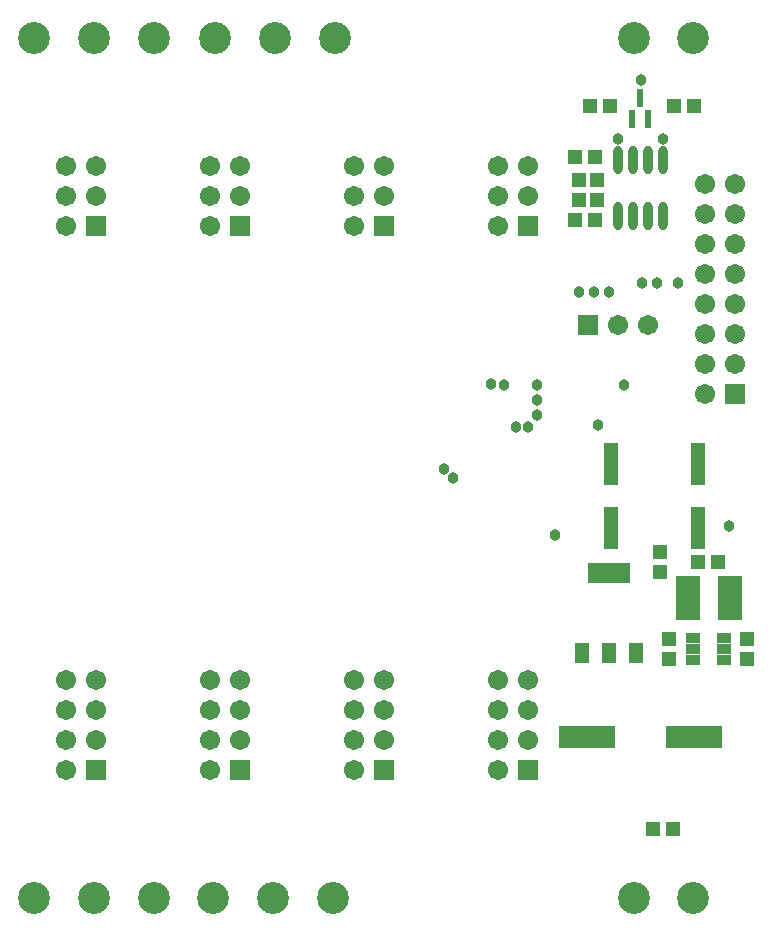
<source format=gts>
G04*
G04 #@! TF.GenerationSoftware,Altium Limited,Altium Designer,24.5.2 (23)*
G04*
G04 Layer_Color=8388736*
%FSLAX25Y25*%
%MOIN*%
G70*
G04*
G04 #@! TF.SameCoordinates,2268A734-3591-48FF-B187-AB4D2D4595D2*
G04*
G04*
G04 #@! TF.FilePolarity,Negative*
G04*
G01*
G75*
%ADD28R,0.04737X0.05131*%
%ADD29R,0.05131X0.04737*%
%ADD30O,0.03162X0.09461*%
%ADD31R,0.02375X0.05918*%
%ADD32R,0.18517X0.07296*%
%ADD33R,0.04737X0.03556*%
%ADD34R,0.07880X0.14967*%
%ADD35R,0.05124X0.14179*%
%ADD36R,0.05131X0.06902*%
%ADD37R,0.05131X0.06902*%
%ADD38R,0.14383X0.06902*%
%ADD39C,0.10642*%
%ADD40R,0.06706X0.06706*%
%ADD41C,0.06706*%
%ADD42R,0.06706X0.06706*%
%ADD43C,0.03800*%
D28*
X211500Y263347D02*
D03*
Y256653D02*
D03*
X205500Y256653D02*
D03*
Y263347D02*
D03*
X261500Y103654D02*
D03*
Y110346D02*
D03*
X235500Y103654D02*
D03*
Y110346D02*
D03*
X232500Y139347D02*
D03*
Y132653D02*
D03*
D29*
X204153Y250000D02*
D03*
X210846D02*
D03*
X243847Y288000D02*
D03*
X237154D02*
D03*
X209154D02*
D03*
X215846D02*
D03*
X251847Y136000D02*
D03*
X245153D02*
D03*
X236846Y47000D02*
D03*
X230153D02*
D03*
X210846Y271000D02*
D03*
X204153D02*
D03*
D30*
X233500Y270000D02*
D03*
X228500D02*
D03*
X223500D02*
D03*
X218500D02*
D03*
X233500Y251102D02*
D03*
X228500D02*
D03*
X223500D02*
D03*
X218500D02*
D03*
D31*
X225918Y290596D02*
D03*
X228477Y283509D02*
D03*
X223359D02*
D03*
D32*
X243790Y77576D02*
D03*
X208358D02*
D03*
D33*
X243500Y110740D02*
D03*
Y107000D02*
D03*
Y103260D02*
D03*
X253736Y110740D02*
D03*
Y107000D02*
D03*
Y103260D02*
D03*
D34*
X241740Y123768D02*
D03*
X255913D02*
D03*
D35*
X216210Y168414D02*
D03*
Y147390D02*
D03*
X245210Y168414D02*
D03*
Y147390D02*
D03*
D36*
X206445Y105713D02*
D03*
D37*
X215500D02*
D03*
X224555D02*
D03*
D38*
X215500Y132287D02*
D03*
D39*
X123500Y24000D02*
D03*
X103500D02*
D03*
X83500D02*
D03*
X64000D02*
D03*
X44000D02*
D03*
X24000D02*
D03*
X243692Y310650D02*
D03*
X224008D02*
D03*
X84086D02*
D03*
X104086D02*
D03*
X124086D02*
D03*
X24000D02*
D03*
X44000D02*
D03*
X64000D02*
D03*
X243692Y24000D02*
D03*
X224008D02*
D03*
D40*
X208500Y215000D02*
D03*
D41*
X218500D02*
D03*
X228500D02*
D03*
X178500Y268000D02*
D03*
X188500D02*
D03*
X178500Y258000D02*
D03*
X188500D02*
D03*
X178500Y248000D02*
D03*
X130500Y268000D02*
D03*
X140500D02*
D03*
X130500Y258000D02*
D03*
X140500D02*
D03*
X130500Y248000D02*
D03*
X82500Y268000D02*
D03*
X92500D02*
D03*
X82500Y258000D02*
D03*
X92500D02*
D03*
X82500Y248000D02*
D03*
X34500Y268000D02*
D03*
X44500D02*
D03*
X34500Y258000D02*
D03*
X44500D02*
D03*
X34500Y248000D02*
D03*
X247500Y262000D02*
D03*
X257500D02*
D03*
X247500Y252000D02*
D03*
X257500D02*
D03*
X247500Y242000D02*
D03*
X257500D02*
D03*
X247500Y232000D02*
D03*
X257500D02*
D03*
X247500Y222000D02*
D03*
X257500D02*
D03*
X247500Y212000D02*
D03*
X257500D02*
D03*
X247500Y202000D02*
D03*
X257500D02*
D03*
X247500Y192000D02*
D03*
X130500Y96500D02*
D03*
X140500D02*
D03*
X130500Y86500D02*
D03*
X140500D02*
D03*
X130500Y76500D02*
D03*
X140500D02*
D03*
X130500Y66500D02*
D03*
X178500Y96500D02*
D03*
X188500D02*
D03*
X178500Y86500D02*
D03*
X188500D02*
D03*
X178500Y76500D02*
D03*
X188500D02*
D03*
X178500Y66500D02*
D03*
X82500Y96500D02*
D03*
X92500D02*
D03*
X82500Y86500D02*
D03*
X92500D02*
D03*
X82500Y76500D02*
D03*
X92500D02*
D03*
X82500Y66500D02*
D03*
X34500Y96500D02*
D03*
X44500D02*
D03*
X34500Y86500D02*
D03*
X44500D02*
D03*
X34500Y76500D02*
D03*
X44500D02*
D03*
X34500Y66500D02*
D03*
D42*
X188500Y248000D02*
D03*
X140500D02*
D03*
X92500D02*
D03*
X44500D02*
D03*
X257500Y192000D02*
D03*
X140500Y66500D02*
D03*
X188500D02*
D03*
X92500D02*
D03*
X44500D02*
D03*
D43*
X220500Y195000D02*
D03*
X211877Y181606D02*
D03*
X226056Y296430D02*
D03*
X205621Y225879D02*
D03*
X215621Y225879D02*
D03*
X210500Y226000D02*
D03*
X255500Y148000D02*
D03*
X197500Y145000D02*
D03*
X163500Y164000D02*
D03*
X160500Y167000D02*
D03*
X191500Y195000D02*
D03*
X184500Y181000D02*
D03*
X188500D02*
D03*
X191500Y190000D02*
D03*
Y185000D02*
D03*
X180500Y195000D02*
D03*
X231500Y229000D02*
D03*
X238500D02*
D03*
X176379Y195121D02*
D03*
X226500Y229000D02*
D03*
X233500Y277000D02*
D03*
X218500D02*
D03*
M02*

</source>
